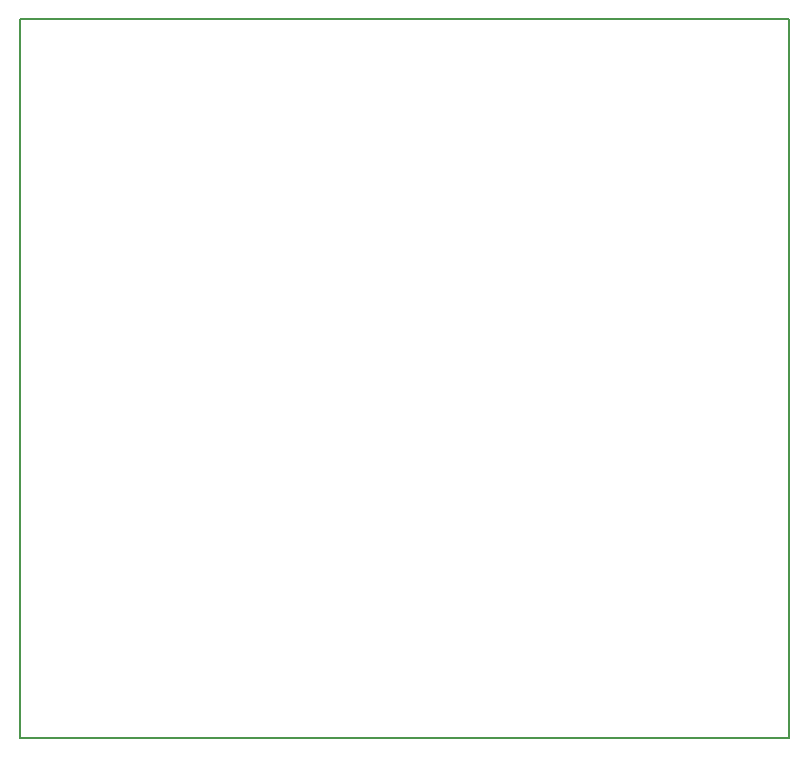
<source format=gbo>
G04 MADE WITH FRITZING*
G04 WWW.FRITZING.ORG*
G04 DOUBLE SIDED*
G04 HOLES PLATED*
G04 CONTOUR ON CENTER OF CONTOUR VECTOR*
%ASAXBY*%
%FSLAX23Y23*%
%MOIN*%
%OFA0B0*%
%SFA1.0B1.0*%
%ADD10R,2.571390X2.404050X2.555390X2.388050*%
%ADD11C,0.008000*%
%LNSILK0*%
G90*
G70*
G54D11*
X4Y2400D02*
X2567Y2400D01*
X2567Y4D01*
X4Y4D01*
X4Y2400D01*
D02*
G04 End of Silk0*
M02*
</source>
